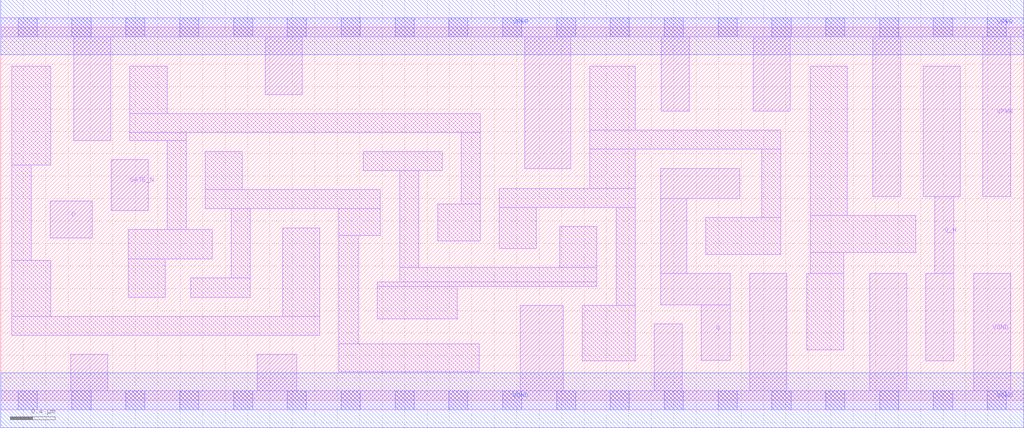
<source format=lef>
# Copyright 2020 The SkyWater PDK Authors
#
# Licensed under the Apache License, Version 2.0 (the "License");
# you may not use this file except in compliance with the License.
# You may obtain a copy of the License at
#
#     https://www.apache.org/licenses/LICENSE-2.0
#
# Unless required by applicable law or agreed to in writing, software
# distributed under the License is distributed on an "AS IS" BASIS,
# WITHOUT WARRANTIES OR CONDITIONS OF ANY KIND, either express or implied.
# See the License for the specific language governing permissions and
# limitations under the License.
#
# SPDX-License-Identifier: Apache-2.0

VERSION 5.7 ;
  NAMESCASESENSITIVE ON ;
  NOWIREEXTENSIONATPIN ON ;
  DIVIDERCHAR "/" ;
  BUSBITCHARS "[]" ;
UNITS
  DATABASE MICRONS 200 ;
END UNITS
MACRO sky130_fd_sc_ms__dlxbn_2
  CLASS CORE ;
  SOURCE USER ;
  FOREIGN sky130_fd_sc_ms__dlxbn_2 ;
  ORIGIN  0.000000  0.000000 ;
  SIZE  9.120000 BY  3.330000 ;
  SYMMETRY X Y ;
  SITE unit ;
  PIN D
    ANTENNAGATEAREA  0.233700 ;
    DIRECTION INPUT ;
    USE SIGNAL ;
    PORT
      LAYER li1 ;
        RECT 0.440000 1.450000 0.815000 1.780000 ;
    END
  END D
  PIN Q
    ANTENNADIFFAREA  0.509600 ;
    DIRECTION OUTPUT ;
    USE SIGNAL ;
    PORT
      LAYER li1 ;
        RECT 5.885000 0.850000 6.505000 1.130000 ;
        RECT 5.885000 1.130000 6.115000 1.800000 ;
        RECT 5.885000 1.800000 6.590000 2.070000 ;
        RECT 6.245000 0.355000 6.505000 0.850000 ;
    END
  END Q
  PIN Q_N
    ANTENNADIFFAREA  0.509600 ;
    DIRECTION OUTPUT ;
    USE SIGNAL ;
    PORT
      LAYER li1 ;
        RECT 8.225000 1.820000 8.555000 2.980000 ;
        RECT 8.245000 0.350000 8.495000 1.130000 ;
        RECT 8.325000 1.130000 8.495000 1.820000 ;
    END
  END Q_N
  PIN GATE_N
    ANTENNAGATEAREA  0.262200 ;
    DIRECTION INPUT ;
    USE CLOCK ;
    PORT
      LAYER li1 ;
        RECT 0.985000 1.695000 1.315000 2.150000 ;
    END
  END GATE_N
  PIN VGND
    DIRECTION INOUT ;
    USE GROUND ;
    PORT
      LAYER li1 ;
        RECT 0.000000 -0.085000 9.120000 0.085000 ;
        RECT 0.625000  0.085000 0.955000 0.410000 ;
        RECT 2.285000  0.085000 2.640000 0.410000 ;
        RECT 4.630000  0.085000 5.015000 0.845000 ;
        RECT 5.825000  0.085000 6.075000 0.680000 ;
        RECT 6.675000  0.085000 7.005000 1.130000 ;
        RECT 7.745000  0.085000 8.075000 1.130000 ;
        RECT 8.675000  0.085000 9.005000 1.130000 ;
      LAYER mcon ;
        RECT 0.155000 -0.085000 0.325000 0.085000 ;
        RECT 0.635000 -0.085000 0.805000 0.085000 ;
        RECT 1.115000 -0.085000 1.285000 0.085000 ;
        RECT 1.595000 -0.085000 1.765000 0.085000 ;
        RECT 2.075000 -0.085000 2.245000 0.085000 ;
        RECT 2.555000 -0.085000 2.725000 0.085000 ;
        RECT 3.035000 -0.085000 3.205000 0.085000 ;
        RECT 3.515000 -0.085000 3.685000 0.085000 ;
        RECT 3.995000 -0.085000 4.165000 0.085000 ;
        RECT 4.475000 -0.085000 4.645000 0.085000 ;
        RECT 4.955000 -0.085000 5.125000 0.085000 ;
        RECT 5.435000 -0.085000 5.605000 0.085000 ;
        RECT 5.915000 -0.085000 6.085000 0.085000 ;
        RECT 6.395000 -0.085000 6.565000 0.085000 ;
        RECT 6.875000 -0.085000 7.045000 0.085000 ;
        RECT 7.355000 -0.085000 7.525000 0.085000 ;
        RECT 7.835000 -0.085000 8.005000 0.085000 ;
        RECT 8.315000 -0.085000 8.485000 0.085000 ;
        RECT 8.795000 -0.085000 8.965000 0.085000 ;
      LAYER met1 ;
        RECT 0.000000 -0.245000 9.120000 0.245000 ;
    END
  END VGND
  PIN VPWR
    DIRECTION INOUT ;
    USE POWER ;
    PORT
      LAYER li1 ;
        RECT 0.000000 3.245000 9.120000 3.415000 ;
        RECT 0.650000 2.320000 0.980000 3.245000 ;
        RECT 2.360000 2.730000 2.690000 3.245000 ;
        RECT 4.670000 2.070000 5.080000 3.245000 ;
        RECT 5.890000 2.580000 6.140000 3.245000 ;
        RECT 6.710000 2.580000 7.040000 3.245000 ;
        RECT 7.775000 1.820000 8.025000 3.245000 ;
        RECT 8.755000 1.820000 9.005000 3.245000 ;
      LAYER mcon ;
        RECT 0.155000 3.245000 0.325000 3.415000 ;
        RECT 0.635000 3.245000 0.805000 3.415000 ;
        RECT 1.115000 3.245000 1.285000 3.415000 ;
        RECT 1.595000 3.245000 1.765000 3.415000 ;
        RECT 2.075000 3.245000 2.245000 3.415000 ;
        RECT 2.555000 3.245000 2.725000 3.415000 ;
        RECT 3.035000 3.245000 3.205000 3.415000 ;
        RECT 3.515000 3.245000 3.685000 3.415000 ;
        RECT 3.995000 3.245000 4.165000 3.415000 ;
        RECT 4.475000 3.245000 4.645000 3.415000 ;
        RECT 4.955000 3.245000 5.125000 3.415000 ;
        RECT 5.435000 3.245000 5.605000 3.415000 ;
        RECT 5.915000 3.245000 6.085000 3.415000 ;
        RECT 6.395000 3.245000 6.565000 3.415000 ;
        RECT 6.875000 3.245000 7.045000 3.415000 ;
        RECT 7.355000 3.245000 7.525000 3.415000 ;
        RECT 7.835000 3.245000 8.005000 3.415000 ;
        RECT 8.315000 3.245000 8.485000 3.415000 ;
        RECT 8.795000 3.245000 8.965000 3.415000 ;
      LAYER met1 ;
        RECT 0.000000 3.085000 9.120000 3.575000 ;
    END
  END VPWR
  OBS
    LAYER li1 ;
      RECT 0.100000 0.580000 2.845000 0.750000 ;
      RECT 0.100000 0.750000 0.445000 1.250000 ;
      RECT 0.100000 1.250000 0.270000 2.100000 ;
      RECT 0.100000 2.100000 0.445000 2.980000 ;
      RECT 1.135000 0.920000 1.465000 1.260000 ;
      RECT 1.135000 1.260000 1.885000 1.525000 ;
      RECT 1.150000 2.320000 1.655000 2.390000 ;
      RECT 1.150000 2.390000 4.275000 2.560000 ;
      RECT 1.150000 2.560000 1.485000 2.980000 ;
      RECT 1.485000 1.525000 1.655000 2.320000 ;
      RECT 1.695000 0.920000 2.225000 1.090000 ;
      RECT 1.825000 1.710000 3.385000 1.880000 ;
      RECT 1.825000 1.880000 2.155000 2.220000 ;
      RECT 2.055000 1.090000 2.225000 1.710000 ;
      RECT 2.515000 0.750000 2.845000 1.540000 ;
      RECT 3.015000 0.255000 4.265000 0.505000 ;
      RECT 3.015000 0.505000 3.185000 1.470000 ;
      RECT 3.015000 1.470000 3.385000 1.710000 ;
      RECT 3.230000 2.050000 3.935000 2.220000 ;
      RECT 3.355000 0.725000 4.070000 1.015000 ;
      RECT 3.355000 1.015000 5.315000 1.055000 ;
      RECT 3.555000 1.055000 5.315000 1.185000 ;
      RECT 3.555000 1.185000 3.725000 2.050000 ;
      RECT 3.895000 1.420000 4.275000 1.750000 ;
      RECT 4.105000 1.750000 4.275000 2.390000 ;
      RECT 4.445000 1.355000 4.775000 1.720000 ;
      RECT 4.445000 1.720000 5.655000 1.890000 ;
      RECT 4.985000 1.185000 5.315000 1.550000 ;
      RECT 5.185000 0.350000 5.655000 0.845000 ;
      RECT 5.250000 1.890000 5.655000 2.240000 ;
      RECT 5.250000 2.240000 6.955000 2.410000 ;
      RECT 5.250000 2.410000 5.655000 2.980000 ;
      RECT 5.485000 0.845000 5.655000 1.720000 ;
      RECT 6.285000 1.300000 6.955000 1.630000 ;
      RECT 6.785000 1.630000 6.955000 2.240000 ;
      RECT 7.185000 0.450000 7.515000 1.130000 ;
      RECT 7.215000 1.130000 7.515000 1.320000 ;
      RECT 7.215000 1.320000 8.155000 1.650000 ;
      RECT 7.215000 1.650000 7.545000 2.980000 ;
  END
END sky130_fd_sc_ms__dlxbn_2

</source>
